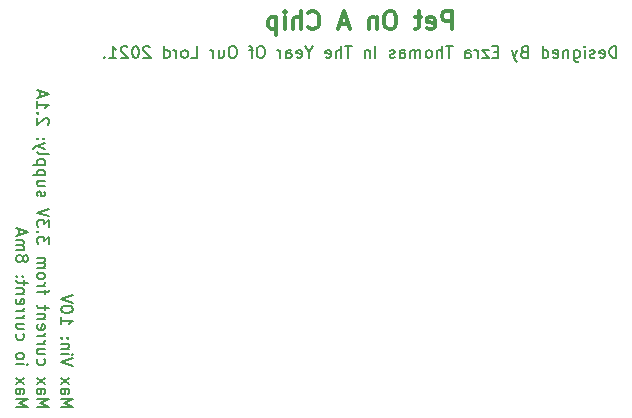
<source format=gbr>
G04 #@! TF.GenerationSoftware,KiCad,Pcbnew,(5.1.9-0-10_14)*
G04 #@! TF.CreationDate,2021-04-14T19:06:18-04:00*
G04 #@! TF.ProjectId,delux pet on a chip,64656c75-7820-4706-9574-206f6e206120,rev?*
G04 #@! TF.SameCoordinates,Original*
G04 #@! TF.FileFunction,Legend,Bot*
G04 #@! TF.FilePolarity,Positive*
%FSLAX46Y46*%
G04 Gerber Fmt 4.6, Leading zero omitted, Abs format (unit mm)*
G04 Created by KiCad (PCBNEW (5.1.9-0-10_14)) date 2021-04-14 19:06:18*
%MOMM*%
%LPD*%
G01*
G04 APERTURE LIST*
%ADD10C,0.300000*%
%ADD11C,0.150000*%
G04 APERTURE END LIST*
D10*
X122050000Y-106342571D02*
X122050000Y-104842571D01*
X121478571Y-104842571D01*
X121335714Y-104914000D01*
X121264285Y-104985428D01*
X121192857Y-105128285D01*
X121192857Y-105342571D01*
X121264285Y-105485428D01*
X121335714Y-105556857D01*
X121478571Y-105628285D01*
X122050000Y-105628285D01*
X119978571Y-106271142D02*
X120121428Y-106342571D01*
X120407142Y-106342571D01*
X120550000Y-106271142D01*
X120621428Y-106128285D01*
X120621428Y-105556857D01*
X120550000Y-105414000D01*
X120407142Y-105342571D01*
X120121428Y-105342571D01*
X119978571Y-105414000D01*
X119907142Y-105556857D01*
X119907142Y-105699714D01*
X120621428Y-105842571D01*
X119478571Y-105342571D02*
X118907142Y-105342571D01*
X119264285Y-104842571D02*
X119264285Y-106128285D01*
X119192857Y-106271142D01*
X119050000Y-106342571D01*
X118907142Y-106342571D01*
X116978571Y-104842571D02*
X116692857Y-104842571D01*
X116550000Y-104914000D01*
X116407142Y-105056857D01*
X116335714Y-105342571D01*
X116335714Y-105842571D01*
X116407142Y-106128285D01*
X116550000Y-106271142D01*
X116692857Y-106342571D01*
X116978571Y-106342571D01*
X117121428Y-106271142D01*
X117264285Y-106128285D01*
X117335714Y-105842571D01*
X117335714Y-105342571D01*
X117264285Y-105056857D01*
X117121428Y-104914000D01*
X116978571Y-104842571D01*
X115692857Y-105342571D02*
X115692857Y-106342571D01*
X115692857Y-105485428D02*
X115621428Y-105414000D01*
X115478571Y-105342571D01*
X115264285Y-105342571D01*
X115121428Y-105414000D01*
X115050000Y-105556857D01*
X115050000Y-106342571D01*
X113264285Y-105914000D02*
X112550000Y-105914000D01*
X113407142Y-106342571D02*
X112907142Y-104842571D01*
X112407142Y-106342571D01*
X109907142Y-106199714D02*
X109978571Y-106271142D01*
X110192857Y-106342571D01*
X110335714Y-106342571D01*
X110550000Y-106271142D01*
X110692857Y-106128285D01*
X110764285Y-105985428D01*
X110835714Y-105699714D01*
X110835714Y-105485428D01*
X110764285Y-105199714D01*
X110692857Y-105056857D01*
X110550000Y-104914000D01*
X110335714Y-104842571D01*
X110192857Y-104842571D01*
X109978571Y-104914000D01*
X109907142Y-104985428D01*
X109264285Y-106342571D02*
X109264285Y-104842571D01*
X108621428Y-106342571D02*
X108621428Y-105556857D01*
X108692857Y-105414000D01*
X108835714Y-105342571D01*
X109050000Y-105342571D01*
X109192857Y-105414000D01*
X109264285Y-105485428D01*
X107907142Y-106342571D02*
X107907142Y-105342571D01*
X107907142Y-104842571D02*
X107978571Y-104914000D01*
X107907142Y-104985428D01*
X107835714Y-104914000D01*
X107907142Y-104842571D01*
X107907142Y-104985428D01*
X107192857Y-105342571D02*
X107192857Y-106842571D01*
X107192857Y-105414000D02*
X107050000Y-105342571D01*
X106764285Y-105342571D01*
X106621428Y-105414000D01*
X106550000Y-105485428D01*
X106478571Y-105628285D01*
X106478571Y-106056857D01*
X106550000Y-106199714D01*
X106621428Y-106271142D01*
X106764285Y-106342571D01*
X107050000Y-106342571D01*
X107192857Y-106271142D01*
D11*
X85145619Y-138348404D02*
X86145619Y-138348404D01*
X85431333Y-138015071D01*
X86145619Y-137681738D01*
X85145619Y-137681738D01*
X85145619Y-136776976D02*
X85669428Y-136776976D01*
X85764666Y-136824595D01*
X85812285Y-136919833D01*
X85812285Y-137110309D01*
X85764666Y-137205547D01*
X85193238Y-136776976D02*
X85145619Y-136872214D01*
X85145619Y-137110309D01*
X85193238Y-137205547D01*
X85288476Y-137253166D01*
X85383714Y-137253166D01*
X85478952Y-137205547D01*
X85526571Y-137110309D01*
X85526571Y-136872214D01*
X85574190Y-136776976D01*
X85145619Y-136396023D02*
X85812285Y-135872214D01*
X85812285Y-136396023D02*
X85145619Y-135872214D01*
X85145619Y-134729357D02*
X85812285Y-134729357D01*
X86145619Y-134729357D02*
X86098000Y-134776976D01*
X86050380Y-134729357D01*
X86098000Y-134681738D01*
X86145619Y-134729357D01*
X86050380Y-134729357D01*
X85145619Y-134110309D02*
X85193238Y-134205547D01*
X85240857Y-134253166D01*
X85336095Y-134300785D01*
X85621809Y-134300785D01*
X85717047Y-134253166D01*
X85764666Y-134205547D01*
X85812285Y-134110309D01*
X85812285Y-133967452D01*
X85764666Y-133872214D01*
X85717047Y-133824595D01*
X85621809Y-133776976D01*
X85336095Y-133776976D01*
X85240857Y-133824595D01*
X85193238Y-133872214D01*
X85145619Y-133967452D01*
X85145619Y-134110309D01*
X85193238Y-132157928D02*
X85145619Y-132253166D01*
X85145619Y-132443642D01*
X85193238Y-132538880D01*
X85240857Y-132586500D01*
X85336095Y-132634119D01*
X85621809Y-132634119D01*
X85717047Y-132586500D01*
X85764666Y-132538880D01*
X85812285Y-132443642D01*
X85812285Y-132253166D01*
X85764666Y-132157928D01*
X85812285Y-131300785D02*
X85145619Y-131300785D01*
X85812285Y-131729357D02*
X85288476Y-131729357D01*
X85193238Y-131681738D01*
X85145619Y-131586500D01*
X85145619Y-131443642D01*
X85193238Y-131348404D01*
X85240857Y-131300785D01*
X85145619Y-130824595D02*
X85812285Y-130824595D01*
X85621809Y-130824595D02*
X85717047Y-130776976D01*
X85764666Y-130729357D01*
X85812285Y-130634119D01*
X85812285Y-130538880D01*
X85145619Y-130205547D02*
X85812285Y-130205547D01*
X85621809Y-130205547D02*
X85717047Y-130157928D01*
X85764666Y-130110309D01*
X85812285Y-130015071D01*
X85812285Y-129919833D01*
X85193238Y-129205547D02*
X85145619Y-129300785D01*
X85145619Y-129491261D01*
X85193238Y-129586500D01*
X85288476Y-129634119D01*
X85669428Y-129634119D01*
X85764666Y-129586500D01*
X85812285Y-129491261D01*
X85812285Y-129300785D01*
X85764666Y-129205547D01*
X85669428Y-129157928D01*
X85574190Y-129157928D01*
X85478952Y-129634119D01*
X85812285Y-128729357D02*
X85145619Y-128729357D01*
X85717047Y-128729357D02*
X85764666Y-128681738D01*
X85812285Y-128586500D01*
X85812285Y-128443642D01*
X85764666Y-128348404D01*
X85669428Y-128300785D01*
X85145619Y-128300785D01*
X85812285Y-127967452D02*
X85812285Y-127586500D01*
X86145619Y-127824595D02*
X85288476Y-127824595D01*
X85193238Y-127776976D01*
X85145619Y-127681738D01*
X85145619Y-127586500D01*
X85240857Y-127253166D02*
X85193238Y-127205547D01*
X85145619Y-127253166D01*
X85193238Y-127300785D01*
X85240857Y-127253166D01*
X85145619Y-127253166D01*
X85764666Y-127253166D02*
X85717047Y-127205547D01*
X85669428Y-127253166D01*
X85717047Y-127300785D01*
X85764666Y-127253166D01*
X85669428Y-127253166D01*
X85717047Y-125872214D02*
X85764666Y-125967452D01*
X85812285Y-126015071D01*
X85907523Y-126062690D01*
X85955142Y-126062690D01*
X86050380Y-126015071D01*
X86098000Y-125967452D01*
X86145619Y-125872214D01*
X86145619Y-125681738D01*
X86098000Y-125586500D01*
X86050380Y-125538880D01*
X85955142Y-125491261D01*
X85907523Y-125491261D01*
X85812285Y-125538880D01*
X85764666Y-125586500D01*
X85717047Y-125681738D01*
X85717047Y-125872214D01*
X85669428Y-125967452D01*
X85621809Y-126015071D01*
X85526571Y-126062690D01*
X85336095Y-126062690D01*
X85240857Y-126015071D01*
X85193238Y-125967452D01*
X85145619Y-125872214D01*
X85145619Y-125681738D01*
X85193238Y-125586500D01*
X85240857Y-125538880D01*
X85336095Y-125491261D01*
X85526571Y-125491261D01*
X85621809Y-125538880D01*
X85669428Y-125586500D01*
X85717047Y-125681738D01*
X85145619Y-125062690D02*
X85812285Y-125062690D01*
X85717047Y-125062690D02*
X85764666Y-125015071D01*
X85812285Y-124919833D01*
X85812285Y-124776976D01*
X85764666Y-124681738D01*
X85669428Y-124634119D01*
X85145619Y-124634119D01*
X85669428Y-124634119D02*
X85764666Y-124586500D01*
X85812285Y-124491261D01*
X85812285Y-124348404D01*
X85764666Y-124253166D01*
X85669428Y-124205547D01*
X85145619Y-124205547D01*
X85431333Y-123776976D02*
X85431333Y-123300785D01*
X85145619Y-123872214D02*
X86145619Y-123538880D01*
X85145619Y-123205547D01*
X86923619Y-138348404D02*
X87923619Y-138348404D01*
X87209333Y-138015071D01*
X87923619Y-137681738D01*
X86923619Y-137681738D01*
X86923619Y-136776976D02*
X87447428Y-136776976D01*
X87542666Y-136824595D01*
X87590285Y-136919833D01*
X87590285Y-137110309D01*
X87542666Y-137205547D01*
X86971238Y-136776976D02*
X86923619Y-136872214D01*
X86923619Y-137110309D01*
X86971238Y-137205547D01*
X87066476Y-137253166D01*
X87161714Y-137253166D01*
X87256952Y-137205547D01*
X87304571Y-137110309D01*
X87304571Y-136872214D01*
X87352190Y-136776976D01*
X86923619Y-136396023D02*
X87590285Y-135872214D01*
X87590285Y-136396023D02*
X86923619Y-135872214D01*
X86971238Y-134300785D02*
X86923619Y-134396023D01*
X86923619Y-134586500D01*
X86971238Y-134681738D01*
X87018857Y-134729357D01*
X87114095Y-134776976D01*
X87399809Y-134776976D01*
X87495047Y-134729357D01*
X87542666Y-134681738D01*
X87590285Y-134586500D01*
X87590285Y-134396023D01*
X87542666Y-134300785D01*
X87590285Y-133443642D02*
X86923619Y-133443642D01*
X87590285Y-133872214D02*
X87066476Y-133872214D01*
X86971238Y-133824595D01*
X86923619Y-133729357D01*
X86923619Y-133586500D01*
X86971238Y-133491261D01*
X87018857Y-133443642D01*
X86923619Y-132967452D02*
X87590285Y-132967452D01*
X87399809Y-132967452D02*
X87495047Y-132919833D01*
X87542666Y-132872214D01*
X87590285Y-132776976D01*
X87590285Y-132681738D01*
X86923619Y-132348404D02*
X87590285Y-132348404D01*
X87399809Y-132348404D02*
X87495047Y-132300785D01*
X87542666Y-132253166D01*
X87590285Y-132157928D01*
X87590285Y-132062690D01*
X86971238Y-131348404D02*
X86923619Y-131443642D01*
X86923619Y-131634119D01*
X86971238Y-131729357D01*
X87066476Y-131776976D01*
X87447428Y-131776976D01*
X87542666Y-131729357D01*
X87590285Y-131634119D01*
X87590285Y-131443642D01*
X87542666Y-131348404D01*
X87447428Y-131300785D01*
X87352190Y-131300785D01*
X87256952Y-131776976D01*
X87590285Y-130872214D02*
X86923619Y-130872214D01*
X87495047Y-130872214D02*
X87542666Y-130824595D01*
X87590285Y-130729357D01*
X87590285Y-130586500D01*
X87542666Y-130491261D01*
X87447428Y-130443642D01*
X86923619Y-130443642D01*
X87590285Y-130110309D02*
X87590285Y-129729357D01*
X87923619Y-129967452D02*
X87066476Y-129967452D01*
X86971238Y-129919833D01*
X86923619Y-129824595D01*
X86923619Y-129729357D01*
X87590285Y-128776976D02*
X87590285Y-128396023D01*
X86923619Y-128634119D02*
X87780761Y-128634119D01*
X87876000Y-128586500D01*
X87923619Y-128491261D01*
X87923619Y-128396023D01*
X86923619Y-128062690D02*
X87590285Y-128062690D01*
X87399809Y-128062690D02*
X87495047Y-128015071D01*
X87542666Y-127967452D01*
X87590285Y-127872214D01*
X87590285Y-127776976D01*
X86923619Y-127300785D02*
X86971238Y-127396023D01*
X87018857Y-127443642D01*
X87114095Y-127491261D01*
X87399809Y-127491261D01*
X87495047Y-127443642D01*
X87542666Y-127396023D01*
X87590285Y-127300785D01*
X87590285Y-127157928D01*
X87542666Y-127062690D01*
X87495047Y-127015071D01*
X87399809Y-126967452D01*
X87114095Y-126967452D01*
X87018857Y-127015071D01*
X86971238Y-127062690D01*
X86923619Y-127157928D01*
X86923619Y-127300785D01*
X86923619Y-126538880D02*
X87590285Y-126538880D01*
X87495047Y-126538880D02*
X87542666Y-126491261D01*
X87590285Y-126396023D01*
X87590285Y-126253166D01*
X87542666Y-126157928D01*
X87447428Y-126110309D01*
X86923619Y-126110309D01*
X87447428Y-126110309D02*
X87542666Y-126062690D01*
X87590285Y-125967452D01*
X87590285Y-125824595D01*
X87542666Y-125729357D01*
X87447428Y-125681738D01*
X86923619Y-125681738D01*
X87923619Y-124538880D02*
X87923619Y-123919833D01*
X87542666Y-124253166D01*
X87542666Y-124110309D01*
X87495047Y-124015071D01*
X87447428Y-123967452D01*
X87352190Y-123919833D01*
X87114095Y-123919833D01*
X87018857Y-123967452D01*
X86971238Y-124015071D01*
X86923619Y-124110309D01*
X86923619Y-124396023D01*
X86971238Y-124491261D01*
X87018857Y-124538880D01*
X87018857Y-123491261D02*
X86971238Y-123443642D01*
X86923619Y-123491261D01*
X86971238Y-123538880D01*
X87018857Y-123491261D01*
X86923619Y-123491261D01*
X87923619Y-123110309D02*
X87923619Y-122491261D01*
X87542666Y-122824595D01*
X87542666Y-122681738D01*
X87495047Y-122586500D01*
X87447428Y-122538880D01*
X87352190Y-122491261D01*
X87114095Y-122491261D01*
X87018857Y-122538880D01*
X86971238Y-122586500D01*
X86923619Y-122681738D01*
X86923619Y-122967452D01*
X86971238Y-123062690D01*
X87018857Y-123110309D01*
X87923619Y-122205547D02*
X86923619Y-121872214D01*
X87923619Y-121538880D01*
X86971238Y-120491261D02*
X86923619Y-120396023D01*
X86923619Y-120205547D01*
X86971238Y-120110309D01*
X87066476Y-120062690D01*
X87114095Y-120062690D01*
X87209333Y-120110309D01*
X87256952Y-120205547D01*
X87256952Y-120348404D01*
X87304571Y-120443642D01*
X87399809Y-120491261D01*
X87447428Y-120491261D01*
X87542666Y-120443642D01*
X87590285Y-120348404D01*
X87590285Y-120205547D01*
X87542666Y-120110309D01*
X87590285Y-119205547D02*
X86923619Y-119205547D01*
X87590285Y-119634119D02*
X87066476Y-119634119D01*
X86971238Y-119586500D01*
X86923619Y-119491261D01*
X86923619Y-119348404D01*
X86971238Y-119253166D01*
X87018857Y-119205547D01*
X87590285Y-118729357D02*
X86590285Y-118729357D01*
X87542666Y-118729357D02*
X87590285Y-118634119D01*
X87590285Y-118443642D01*
X87542666Y-118348404D01*
X87495047Y-118300785D01*
X87399809Y-118253166D01*
X87114095Y-118253166D01*
X87018857Y-118300785D01*
X86971238Y-118348404D01*
X86923619Y-118443642D01*
X86923619Y-118634119D01*
X86971238Y-118729357D01*
X87590285Y-117824595D02*
X86590285Y-117824595D01*
X87542666Y-117824595D02*
X87590285Y-117729357D01*
X87590285Y-117538880D01*
X87542666Y-117443642D01*
X87495047Y-117396023D01*
X87399809Y-117348404D01*
X87114095Y-117348404D01*
X87018857Y-117396023D01*
X86971238Y-117443642D01*
X86923619Y-117538880D01*
X86923619Y-117729357D01*
X86971238Y-117824595D01*
X86923619Y-116776976D02*
X86971238Y-116872214D01*
X87066476Y-116919833D01*
X87923619Y-116919833D01*
X87590285Y-116491261D02*
X86923619Y-116253166D01*
X87590285Y-116015071D02*
X86923619Y-116253166D01*
X86685523Y-116348404D01*
X86637904Y-116396023D01*
X86590285Y-116491261D01*
X87018857Y-115634119D02*
X86971238Y-115586500D01*
X86923619Y-115634119D01*
X86971238Y-115681738D01*
X87018857Y-115634119D01*
X86923619Y-115634119D01*
X87542666Y-115634119D02*
X87495047Y-115586500D01*
X87447428Y-115634119D01*
X87495047Y-115681738D01*
X87542666Y-115634119D01*
X87447428Y-115634119D01*
X87828380Y-114443642D02*
X87876000Y-114396023D01*
X87923619Y-114300785D01*
X87923619Y-114062690D01*
X87876000Y-113967452D01*
X87828380Y-113919833D01*
X87733142Y-113872214D01*
X87637904Y-113872214D01*
X87495047Y-113919833D01*
X86923619Y-114491261D01*
X86923619Y-113872214D01*
X87018857Y-113443642D02*
X86971238Y-113396023D01*
X86923619Y-113443642D01*
X86971238Y-113491261D01*
X87018857Y-113443642D01*
X86923619Y-113443642D01*
X86923619Y-112443642D02*
X86923619Y-113015071D01*
X86923619Y-112729357D02*
X87923619Y-112729357D01*
X87780761Y-112824595D01*
X87685523Y-112919833D01*
X87637904Y-113015071D01*
X87209333Y-112062690D02*
X87209333Y-111586500D01*
X86923619Y-112157928D02*
X87923619Y-111824595D01*
X86923619Y-111491261D01*
X88955619Y-138348404D02*
X89955619Y-138348404D01*
X89241333Y-138015071D01*
X89955619Y-137681738D01*
X88955619Y-137681738D01*
X88955619Y-136776976D02*
X89479428Y-136776976D01*
X89574666Y-136824595D01*
X89622285Y-136919833D01*
X89622285Y-137110309D01*
X89574666Y-137205547D01*
X89003238Y-136776976D02*
X88955619Y-136872214D01*
X88955619Y-137110309D01*
X89003238Y-137205547D01*
X89098476Y-137253166D01*
X89193714Y-137253166D01*
X89288952Y-137205547D01*
X89336571Y-137110309D01*
X89336571Y-136872214D01*
X89384190Y-136776976D01*
X88955619Y-136396023D02*
X89622285Y-135872214D01*
X89622285Y-136396023D02*
X88955619Y-135872214D01*
X89955619Y-134872214D02*
X88955619Y-134538880D01*
X89955619Y-134205547D01*
X88955619Y-133872214D02*
X89622285Y-133872214D01*
X89955619Y-133872214D02*
X89908000Y-133919833D01*
X89860380Y-133872214D01*
X89908000Y-133824595D01*
X89955619Y-133872214D01*
X89860380Y-133872214D01*
X89622285Y-133396023D02*
X88955619Y-133396023D01*
X89527047Y-133396023D02*
X89574666Y-133348404D01*
X89622285Y-133253166D01*
X89622285Y-133110309D01*
X89574666Y-133015071D01*
X89479428Y-132967452D01*
X88955619Y-132967452D01*
X89050857Y-132491261D02*
X89003238Y-132443642D01*
X88955619Y-132491261D01*
X89003238Y-132538880D01*
X89050857Y-132491261D01*
X88955619Y-132491261D01*
X89574666Y-132491261D02*
X89527047Y-132443642D01*
X89479428Y-132491261D01*
X89527047Y-132538880D01*
X89574666Y-132491261D01*
X89479428Y-132491261D01*
X88955619Y-130729357D02*
X88955619Y-131300785D01*
X88955619Y-131015071D02*
X89955619Y-131015071D01*
X89812761Y-131110309D01*
X89717523Y-131205547D01*
X89669904Y-131300785D01*
X89955619Y-130110309D02*
X89955619Y-130015071D01*
X89908000Y-129919833D01*
X89860380Y-129872214D01*
X89765142Y-129824595D01*
X89574666Y-129776976D01*
X89336571Y-129776976D01*
X89146095Y-129824595D01*
X89050857Y-129872214D01*
X89003238Y-129919833D01*
X88955619Y-130015071D01*
X88955619Y-130110309D01*
X89003238Y-130205547D01*
X89050857Y-130253166D01*
X89146095Y-130300785D01*
X89336571Y-130348404D01*
X89574666Y-130348404D01*
X89765142Y-130300785D01*
X89860380Y-130253166D01*
X89908000Y-130205547D01*
X89955619Y-130110309D01*
X89955619Y-129491261D02*
X88955619Y-129157928D01*
X89955619Y-128824595D01*
X135966666Y-108783380D02*
X135966666Y-107783380D01*
X135728571Y-107783380D01*
X135585714Y-107831000D01*
X135490476Y-107926238D01*
X135442857Y-108021476D01*
X135395238Y-108211952D01*
X135395238Y-108354809D01*
X135442857Y-108545285D01*
X135490476Y-108640523D01*
X135585714Y-108735761D01*
X135728571Y-108783380D01*
X135966666Y-108783380D01*
X134585714Y-108735761D02*
X134680952Y-108783380D01*
X134871428Y-108783380D01*
X134966666Y-108735761D01*
X135014285Y-108640523D01*
X135014285Y-108259571D01*
X134966666Y-108164333D01*
X134871428Y-108116714D01*
X134680952Y-108116714D01*
X134585714Y-108164333D01*
X134538095Y-108259571D01*
X134538095Y-108354809D01*
X135014285Y-108450047D01*
X134157142Y-108735761D02*
X134061904Y-108783380D01*
X133871428Y-108783380D01*
X133776190Y-108735761D01*
X133728571Y-108640523D01*
X133728571Y-108592904D01*
X133776190Y-108497666D01*
X133871428Y-108450047D01*
X134014285Y-108450047D01*
X134109523Y-108402428D01*
X134157142Y-108307190D01*
X134157142Y-108259571D01*
X134109523Y-108164333D01*
X134014285Y-108116714D01*
X133871428Y-108116714D01*
X133776190Y-108164333D01*
X133300000Y-108783380D02*
X133300000Y-108116714D01*
X133300000Y-107783380D02*
X133347619Y-107831000D01*
X133300000Y-107878619D01*
X133252380Y-107831000D01*
X133300000Y-107783380D01*
X133300000Y-107878619D01*
X132395238Y-108116714D02*
X132395238Y-108926238D01*
X132442857Y-109021476D01*
X132490476Y-109069095D01*
X132585714Y-109116714D01*
X132728571Y-109116714D01*
X132823809Y-109069095D01*
X132395238Y-108735761D02*
X132490476Y-108783380D01*
X132680952Y-108783380D01*
X132776190Y-108735761D01*
X132823809Y-108688142D01*
X132871428Y-108592904D01*
X132871428Y-108307190D01*
X132823809Y-108211952D01*
X132776190Y-108164333D01*
X132680952Y-108116714D01*
X132490476Y-108116714D01*
X132395238Y-108164333D01*
X131919047Y-108116714D02*
X131919047Y-108783380D01*
X131919047Y-108211952D02*
X131871428Y-108164333D01*
X131776190Y-108116714D01*
X131633333Y-108116714D01*
X131538095Y-108164333D01*
X131490476Y-108259571D01*
X131490476Y-108783380D01*
X130633333Y-108735761D02*
X130728571Y-108783380D01*
X130919047Y-108783380D01*
X131014285Y-108735761D01*
X131061904Y-108640523D01*
X131061904Y-108259571D01*
X131014285Y-108164333D01*
X130919047Y-108116714D01*
X130728571Y-108116714D01*
X130633333Y-108164333D01*
X130585714Y-108259571D01*
X130585714Y-108354809D01*
X131061904Y-108450047D01*
X129728571Y-108783380D02*
X129728571Y-107783380D01*
X129728571Y-108735761D02*
X129823809Y-108783380D01*
X130014285Y-108783380D01*
X130109523Y-108735761D01*
X130157142Y-108688142D01*
X130204761Y-108592904D01*
X130204761Y-108307190D01*
X130157142Y-108211952D01*
X130109523Y-108164333D01*
X130014285Y-108116714D01*
X129823809Y-108116714D01*
X129728571Y-108164333D01*
X128157142Y-108259571D02*
X128014285Y-108307190D01*
X127966666Y-108354809D01*
X127919047Y-108450047D01*
X127919047Y-108592904D01*
X127966666Y-108688142D01*
X128014285Y-108735761D01*
X128109523Y-108783380D01*
X128490476Y-108783380D01*
X128490476Y-107783380D01*
X128157142Y-107783380D01*
X128061904Y-107831000D01*
X128014285Y-107878619D01*
X127966666Y-107973857D01*
X127966666Y-108069095D01*
X128014285Y-108164333D01*
X128061904Y-108211952D01*
X128157142Y-108259571D01*
X128490476Y-108259571D01*
X127585714Y-108116714D02*
X127347619Y-108783380D01*
X127109523Y-108116714D02*
X127347619Y-108783380D01*
X127442857Y-109021476D01*
X127490476Y-109069095D01*
X127585714Y-109116714D01*
X125966666Y-108259571D02*
X125633333Y-108259571D01*
X125490476Y-108783380D02*
X125966666Y-108783380D01*
X125966666Y-107783380D01*
X125490476Y-107783380D01*
X125157142Y-108116714D02*
X124633333Y-108116714D01*
X125157142Y-108783380D01*
X124633333Y-108783380D01*
X124252380Y-108783380D02*
X124252380Y-108116714D01*
X124252380Y-108307190D02*
X124204761Y-108211952D01*
X124157142Y-108164333D01*
X124061904Y-108116714D01*
X123966666Y-108116714D01*
X123204761Y-108783380D02*
X123204761Y-108259571D01*
X123252380Y-108164333D01*
X123347619Y-108116714D01*
X123538095Y-108116714D01*
X123633333Y-108164333D01*
X123204761Y-108735761D02*
X123300000Y-108783380D01*
X123538095Y-108783380D01*
X123633333Y-108735761D01*
X123680952Y-108640523D01*
X123680952Y-108545285D01*
X123633333Y-108450047D01*
X123538095Y-108402428D01*
X123300000Y-108402428D01*
X123204761Y-108354809D01*
X122109523Y-107783380D02*
X121538095Y-107783380D01*
X121823809Y-108783380D02*
X121823809Y-107783380D01*
X121204761Y-108783380D02*
X121204761Y-107783380D01*
X120776190Y-108783380D02*
X120776190Y-108259571D01*
X120823809Y-108164333D01*
X120919047Y-108116714D01*
X121061904Y-108116714D01*
X121157142Y-108164333D01*
X121204761Y-108211952D01*
X120157142Y-108783380D02*
X120252380Y-108735761D01*
X120300000Y-108688142D01*
X120347619Y-108592904D01*
X120347619Y-108307190D01*
X120300000Y-108211952D01*
X120252380Y-108164333D01*
X120157142Y-108116714D01*
X120014285Y-108116714D01*
X119919047Y-108164333D01*
X119871428Y-108211952D01*
X119823809Y-108307190D01*
X119823809Y-108592904D01*
X119871428Y-108688142D01*
X119919047Y-108735761D01*
X120014285Y-108783380D01*
X120157142Y-108783380D01*
X119395238Y-108783380D02*
X119395238Y-108116714D01*
X119395238Y-108211952D02*
X119347619Y-108164333D01*
X119252380Y-108116714D01*
X119109523Y-108116714D01*
X119014285Y-108164333D01*
X118966666Y-108259571D01*
X118966666Y-108783380D01*
X118966666Y-108259571D02*
X118919047Y-108164333D01*
X118823809Y-108116714D01*
X118680952Y-108116714D01*
X118585714Y-108164333D01*
X118538095Y-108259571D01*
X118538095Y-108783380D01*
X117633333Y-108783380D02*
X117633333Y-108259571D01*
X117680952Y-108164333D01*
X117776190Y-108116714D01*
X117966666Y-108116714D01*
X118061904Y-108164333D01*
X117633333Y-108735761D02*
X117728571Y-108783380D01*
X117966666Y-108783380D01*
X118061904Y-108735761D01*
X118109523Y-108640523D01*
X118109523Y-108545285D01*
X118061904Y-108450047D01*
X117966666Y-108402428D01*
X117728571Y-108402428D01*
X117633333Y-108354809D01*
X117204761Y-108735761D02*
X117109523Y-108783380D01*
X116919047Y-108783380D01*
X116823809Y-108735761D01*
X116776190Y-108640523D01*
X116776190Y-108592904D01*
X116823809Y-108497666D01*
X116919047Y-108450047D01*
X117061904Y-108450047D01*
X117157142Y-108402428D01*
X117204761Y-108307190D01*
X117204761Y-108259571D01*
X117157142Y-108164333D01*
X117061904Y-108116714D01*
X116919047Y-108116714D01*
X116823809Y-108164333D01*
X115585714Y-108783380D02*
X115585714Y-107783380D01*
X115109523Y-108116714D02*
X115109523Y-108783380D01*
X115109523Y-108211952D02*
X115061904Y-108164333D01*
X114966666Y-108116714D01*
X114823809Y-108116714D01*
X114728571Y-108164333D01*
X114680952Y-108259571D01*
X114680952Y-108783380D01*
X113585714Y-107783380D02*
X113014285Y-107783380D01*
X113300000Y-108783380D02*
X113300000Y-107783380D01*
X112680952Y-108783380D02*
X112680952Y-107783380D01*
X112252380Y-108783380D02*
X112252380Y-108259571D01*
X112300000Y-108164333D01*
X112395238Y-108116714D01*
X112538095Y-108116714D01*
X112633333Y-108164333D01*
X112680952Y-108211952D01*
X111395238Y-108735761D02*
X111490476Y-108783380D01*
X111680952Y-108783380D01*
X111776190Y-108735761D01*
X111823809Y-108640523D01*
X111823809Y-108259571D01*
X111776190Y-108164333D01*
X111680952Y-108116714D01*
X111490476Y-108116714D01*
X111395238Y-108164333D01*
X111347619Y-108259571D01*
X111347619Y-108354809D01*
X111823809Y-108450047D01*
X109966666Y-108307190D02*
X109966666Y-108783380D01*
X110300000Y-107783380D02*
X109966666Y-108307190D01*
X109633333Y-107783380D01*
X108919047Y-108735761D02*
X109014285Y-108783380D01*
X109204761Y-108783380D01*
X109300000Y-108735761D01*
X109347619Y-108640523D01*
X109347619Y-108259571D01*
X109300000Y-108164333D01*
X109204761Y-108116714D01*
X109014285Y-108116714D01*
X108919047Y-108164333D01*
X108871428Y-108259571D01*
X108871428Y-108354809D01*
X109347619Y-108450047D01*
X108014285Y-108783380D02*
X108014285Y-108259571D01*
X108061904Y-108164333D01*
X108157142Y-108116714D01*
X108347619Y-108116714D01*
X108442857Y-108164333D01*
X108014285Y-108735761D02*
X108109523Y-108783380D01*
X108347619Y-108783380D01*
X108442857Y-108735761D01*
X108490476Y-108640523D01*
X108490476Y-108545285D01*
X108442857Y-108450047D01*
X108347619Y-108402428D01*
X108109523Y-108402428D01*
X108014285Y-108354809D01*
X107538095Y-108783380D02*
X107538095Y-108116714D01*
X107538095Y-108307190D02*
X107490476Y-108211952D01*
X107442857Y-108164333D01*
X107347619Y-108116714D01*
X107252380Y-108116714D01*
X105966666Y-107783380D02*
X105776190Y-107783380D01*
X105680952Y-107831000D01*
X105585714Y-107926238D01*
X105538095Y-108116714D01*
X105538095Y-108450047D01*
X105585714Y-108640523D01*
X105680952Y-108735761D01*
X105776190Y-108783380D01*
X105966666Y-108783380D01*
X106061904Y-108735761D01*
X106157142Y-108640523D01*
X106204761Y-108450047D01*
X106204761Y-108116714D01*
X106157142Y-107926238D01*
X106061904Y-107831000D01*
X105966666Y-107783380D01*
X105252380Y-108116714D02*
X104871428Y-108116714D01*
X105109523Y-108783380D02*
X105109523Y-107926238D01*
X105061904Y-107831000D01*
X104966666Y-107783380D01*
X104871428Y-107783380D01*
X103585714Y-107783380D02*
X103395238Y-107783380D01*
X103300000Y-107831000D01*
X103204761Y-107926238D01*
X103157142Y-108116714D01*
X103157142Y-108450047D01*
X103204761Y-108640523D01*
X103300000Y-108735761D01*
X103395238Y-108783380D01*
X103585714Y-108783380D01*
X103680952Y-108735761D01*
X103776190Y-108640523D01*
X103823809Y-108450047D01*
X103823809Y-108116714D01*
X103776190Y-107926238D01*
X103680952Y-107831000D01*
X103585714Y-107783380D01*
X102300000Y-108116714D02*
X102300000Y-108783380D01*
X102728571Y-108116714D02*
X102728571Y-108640523D01*
X102680952Y-108735761D01*
X102585714Y-108783380D01*
X102442857Y-108783380D01*
X102347619Y-108735761D01*
X102300000Y-108688142D01*
X101823809Y-108783380D02*
X101823809Y-108116714D01*
X101823809Y-108307190D02*
X101776190Y-108211952D01*
X101728571Y-108164333D01*
X101633333Y-108116714D01*
X101538095Y-108116714D01*
X99966666Y-108783380D02*
X100442857Y-108783380D01*
X100442857Y-107783380D01*
X99490476Y-108783380D02*
X99585714Y-108735761D01*
X99633333Y-108688142D01*
X99680952Y-108592904D01*
X99680952Y-108307190D01*
X99633333Y-108211952D01*
X99585714Y-108164333D01*
X99490476Y-108116714D01*
X99347619Y-108116714D01*
X99252380Y-108164333D01*
X99204761Y-108211952D01*
X99157142Y-108307190D01*
X99157142Y-108592904D01*
X99204761Y-108688142D01*
X99252380Y-108735761D01*
X99347619Y-108783380D01*
X99490476Y-108783380D01*
X98728571Y-108783380D02*
X98728571Y-108116714D01*
X98728571Y-108307190D02*
X98680952Y-108211952D01*
X98633333Y-108164333D01*
X98538095Y-108116714D01*
X98442857Y-108116714D01*
X97680952Y-108783380D02*
X97680952Y-107783380D01*
X97680952Y-108735761D02*
X97776190Y-108783380D01*
X97966666Y-108783380D01*
X98061904Y-108735761D01*
X98109523Y-108688142D01*
X98157142Y-108592904D01*
X98157142Y-108307190D01*
X98109523Y-108211952D01*
X98061904Y-108164333D01*
X97966666Y-108116714D01*
X97776190Y-108116714D01*
X97680952Y-108164333D01*
X96490476Y-107878619D02*
X96442857Y-107831000D01*
X96347619Y-107783380D01*
X96109523Y-107783380D01*
X96014285Y-107831000D01*
X95966666Y-107878619D01*
X95919047Y-107973857D01*
X95919047Y-108069095D01*
X95966666Y-108211952D01*
X96538095Y-108783380D01*
X95919047Y-108783380D01*
X95300000Y-107783380D02*
X95204761Y-107783380D01*
X95109523Y-107831000D01*
X95061904Y-107878619D01*
X95014285Y-107973857D01*
X94966666Y-108164333D01*
X94966666Y-108402428D01*
X95014285Y-108592904D01*
X95061904Y-108688142D01*
X95109523Y-108735761D01*
X95204761Y-108783380D01*
X95300000Y-108783380D01*
X95395238Y-108735761D01*
X95442857Y-108688142D01*
X95490476Y-108592904D01*
X95538095Y-108402428D01*
X95538095Y-108164333D01*
X95490476Y-107973857D01*
X95442857Y-107878619D01*
X95395238Y-107831000D01*
X95300000Y-107783380D01*
X94585714Y-107878619D02*
X94538095Y-107831000D01*
X94442857Y-107783380D01*
X94204761Y-107783380D01*
X94109523Y-107831000D01*
X94061904Y-107878619D01*
X94014285Y-107973857D01*
X94014285Y-108069095D01*
X94061904Y-108211952D01*
X94633333Y-108783380D01*
X94014285Y-108783380D01*
X93061904Y-108783380D02*
X93633333Y-108783380D01*
X93347619Y-108783380D02*
X93347619Y-107783380D01*
X93442857Y-107926238D01*
X93538095Y-108021476D01*
X93633333Y-108069095D01*
X92633333Y-108688142D02*
X92585714Y-108735761D01*
X92633333Y-108783380D01*
X92680952Y-108735761D01*
X92633333Y-108688142D01*
X92633333Y-108783380D01*
M02*

</source>
